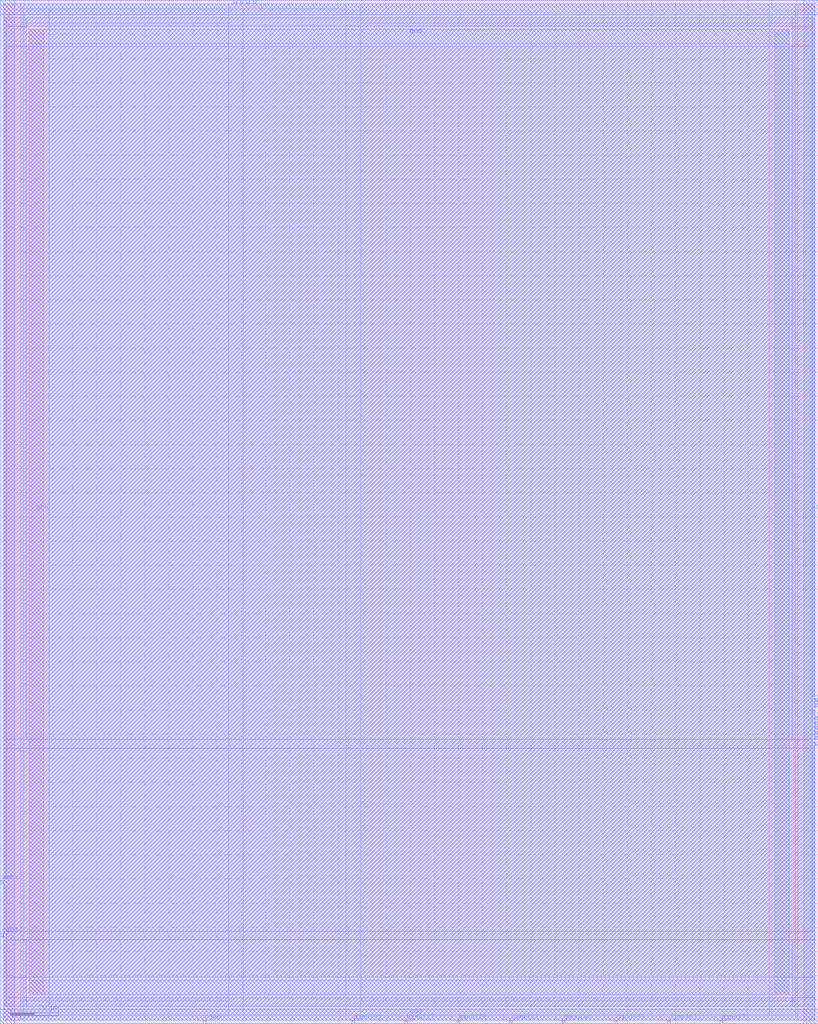
<source format=lef>
VERSION 5.4 ;
NAMESCASESENSITIVE ON ;
BUSBITCHARS "[]" ;
DIVIDERCHAR "/" ;
UNITS
  DATABASE MICRONS 2000 ;
END UNITS
MACRO RAM_Mem
   CLASS BLOCK ;
   SIZE 339.2 BY 424.2 ;
   SYMMETRY X Y R90 ;
   PIN din0[0]
      DIRECTION INPUT ;
      PORT
         LAYER metal4 ;
         RECT  145.8 0.0 147.0 1.2 ;
      END
   END din0[0]
   PIN din0[1]
      DIRECTION INPUT ;
      PORT
         LAYER metal4 ;
         RECT  167.6 0.0 168.8 1.2 ;
      END
   END din0[1]
   PIN din0[2]
      DIRECTION INPUT ;
      PORT
         LAYER metal4 ;
         RECT  189.4 0.0 190.6 1.2 ;
      END
   END din0[2]
   PIN din0[3]
      DIRECTION INPUT ;
      PORT
         LAYER metal4 ;
         RECT  211.2 0.0 212.4 1.2 ;
      END
   END din0[3]
   PIN din0[4]
      DIRECTION INPUT ;
      PORT
         LAYER metal4 ;
         RECT  233.0 0.0 234.2 1.2 ;
      END
   END din0[4]
   PIN din0[5]
      DIRECTION INPUT ;
      PORT
         LAYER metal4 ;
         RECT  254.8 0.0 256.0 1.2 ;
      END
   END din0[5]
   PIN din0[6]
      DIRECTION INPUT ;
      PORT
         LAYER metal4 ;
         RECT  276.6 0.0 277.8 1.2 ;
      END
   END din0[6]
   PIN din0[7]
      DIRECTION INPUT ;
      PORT
         LAYER metal4 ;
         RECT  298.4 0.0 299.6 1.2 ;
      END
   END din0[7]
   PIN addr0[0]
      DIRECTION INPUT ;
      PORT
         LAYER metal4 ;
         RECT  97.0 423.0 98.2 424.2 ;
      END
   END addr0[0]
   PIN addr0[1]
      DIRECTION INPUT ;
      PORT
         LAYER metal4 ;
         RECT  104.8 423.0 106.0 424.2 ;
      END
   END addr0[1]
   PIN addr0[2]
      DIRECTION INPUT ;
      PORT
         LAYER metal4 ;
         RECT  99.6 423.0 100.8 424.2 ;
      END
   END addr0[2]
   PIN addr0[3]
      DIRECTION INPUT ;
      PORT
         LAYER metal4 ;
         RECT  102.2 423.0 103.4 424.2 ;
      END
   END addr0[3]
   PIN csb0
      DIRECTION INPUT ;
      PORT
         LAYER metal3 ;
         RECT  0.0 36.0 1.2 37.2 ;
      END
   END csb0
   PIN web0
      DIRECTION INPUT ;
      PORT
         LAYER metal3 ;
         RECT  0.0 58.0 1.2 59.2 ;
      END
   END web0
   PIN clk0
      DIRECTION INPUT ;
      PORT
         LAYER metal4 ;
         RECT  84.2 0.0 85.4 1.2 ;
      END
   END clk0
   PIN dout0[0]
      DIRECTION OUTPUT ;
      PORT
         LAYER metal3 ;
         RECT  338.0 115.4 339.2 116.6 ;
      END
   END dout0[0]
   PIN dout0[1]
      DIRECTION OUTPUT ;
      PORT
         LAYER metal3 ;
         RECT  338.0 118.0 339.2 119.2 ;
      END
   END dout0[1]
   PIN dout0[2]
      DIRECTION OUTPUT ;
      PORT
         LAYER metal3 ;
         RECT  338.0 133.4 339.2 134.6 ;
      END
   END dout0[2]
   PIN dout0[3]
      DIRECTION OUTPUT ;
      PORT
         LAYER metal3 ;
         RECT  338.0 120.0 339.2 121.2 ;
      END
   END dout0[3]
   PIN dout0[4]
      DIRECTION OUTPUT ;
      PORT
         LAYER metal3 ;
         RECT  338.0 131.4 339.2 132.6 ;
      END
   END dout0[4]
   PIN dout0[5]
      DIRECTION OUTPUT ;
      PORT
         LAYER metal3 ;
         RECT  338.0 122.0 339.2 123.2 ;
      END
   END dout0[5]
   PIN dout0[6]
      DIRECTION OUTPUT ;
      PORT
         LAYER metal3 ;
         RECT  338.0 124.0 339.2 125.2 ;
      END
   END dout0[6]
   PIN dout0[7]
      DIRECTION OUTPUT ;
      PORT
         LAYER metal3 ;
         RECT  338.0 126.0 339.2 127.2 ;
      END
   END dout0[7]
   PIN vdd
      DIRECTION INOUT ;
      USE POWER ; 
      SHAPE ABUTMENT ; 
      PORT
         LAYER metal4 ;
         RECT  0.0 0.0 6.0 424.2 ;
         LAYER metal4 ;
         RECT  333.2 0.0 339.2 424.2 ;
         LAYER metal3 ;
         RECT  0.0 418.2 339.2 424.2 ;
         LAYER metal3 ;
         RECT  0.0 0.0 339.2 6.0 ;
      END
   END vdd
   PIN gnd
      DIRECTION INOUT ;
      USE GROUND ; 
      SHAPE ABUTMENT ; 
      PORT
         LAYER metal4 ;
         RECT  321.2 12.0 327.2 412.2 ;
         LAYER metal4 ;
         RECT  12.0 12.0 18.0 412.2 ;
         LAYER metal3 ;
         RECT  12.0 12.0 327.2 18.0 ;
         LAYER metal3 ;
         RECT  12.0 406.2 327.2 412.2 ;
      END
   END gnd
   OBS
   LAYER  metal1 ;
      RECT  1.4 1.4 337.8 422.8 ;
   LAYER  metal2 ;
      RECT  1.4 1.4 337.8 422.8 ;
   LAYER  metal3 ;
      RECT  2.4 34.8 337.8 38.4 ;
      RECT  1.4 38.4 2.4 56.8 ;
      RECT  2.4 38.4 336.8 114.2 ;
      RECT  2.4 114.2 336.8 117.8 ;
      RECT  336.8 38.4 337.8 114.2 ;
      RECT  336.8 128.4 337.8 130.2 ;
      RECT  1.4 60.4 2.4 417.0 ;
      RECT  336.8 135.8 337.8 417.0 ;
      RECT  1.4 7.2 2.4 34.8 ;
      RECT  2.4 7.2 10.8 10.8 ;
      RECT  2.4 10.8 10.8 19.2 ;
      RECT  2.4 19.2 10.8 34.8 ;
      RECT  10.8 7.2 328.4 10.8 ;
      RECT  10.8 19.2 328.4 34.8 ;
      RECT  328.4 7.2 337.8 10.8 ;
      RECT  328.4 10.8 337.8 19.2 ;
      RECT  328.4 19.2 337.8 34.8 ;
      RECT  2.4 117.8 10.8 405.0 ;
      RECT  2.4 405.0 10.8 413.4 ;
      RECT  2.4 413.4 10.8 417.0 ;
      RECT  10.8 117.8 328.4 405.0 ;
      RECT  10.8 413.4 328.4 417.0 ;
      RECT  328.4 117.8 336.8 405.0 ;
      RECT  328.4 405.0 336.8 413.4 ;
      RECT  328.4 413.4 336.8 417.0 ;
   LAYER  metal4 ;
      RECT  143.4 3.6 149.4 422.8 ;
      RECT  149.4 1.4 165.2 3.6 ;
      RECT  171.2 1.4 187.0 3.6 ;
      RECT  193.0 1.4 208.8 3.6 ;
      RECT  214.8 1.4 230.6 3.6 ;
      RECT  236.6 1.4 252.4 3.6 ;
      RECT  258.4 1.4 274.2 3.6 ;
      RECT  280.2 1.4 296.0 3.6 ;
      RECT  94.6 3.6 100.6 420.6 ;
      RECT  100.6 3.6 143.4 420.6 ;
      RECT  108.4 420.6 143.4 422.8 ;
      RECT  87.8 1.4 143.4 3.6 ;
      RECT  8.4 420.6 94.6 422.8 ;
      RECT  8.4 1.4 81.8 3.6 ;
      RECT  302.0 1.4 330.8 3.6 ;
      RECT  149.4 3.6 318.8 9.6 ;
      RECT  149.4 9.6 318.8 414.6 ;
      RECT  149.4 414.6 318.8 422.8 ;
      RECT  318.8 3.6 329.6 9.6 ;
      RECT  318.8 414.6 329.6 422.8 ;
      RECT  329.6 3.6 330.8 9.6 ;
      RECT  329.6 9.6 330.8 414.6 ;
      RECT  329.6 414.6 330.8 422.8 ;
      RECT  8.4 3.6 9.6 9.6 ;
      RECT  8.4 9.6 9.6 414.6 ;
      RECT  8.4 414.6 9.6 420.6 ;
      RECT  9.6 3.6 20.4 9.6 ;
      RECT  9.6 414.6 20.4 420.6 ;
      RECT  20.4 3.6 94.6 9.6 ;
      RECT  20.4 9.6 94.6 414.6 ;
      RECT  20.4 414.6 94.6 420.6 ;
   END
END    RAM_Mem
END    LIBRARY

</source>
